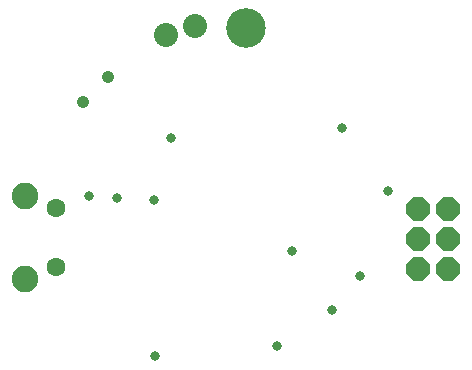
<source format=gbs>
G75*
%MOIN*%
%OFA0B0*%
%FSLAX25Y25*%
%IPPOS*%
%LPD*%
%AMOC8*
5,1,8,0,0,1.08239X$1,22.5*
%
%ADD10C,0.13198*%
%ADD11C,0.08000*%
%ADD12C,0.06309*%
%ADD13C,0.08868*%
%ADD14OC8,0.08000*%
%ADD15C,0.04143*%
%ADD16C,0.03300*%
D10*
X0086458Y0165142D03*
D11*
X0069312Y0165923D03*
X0059754Y0162983D03*
D12*
X0023194Y0105144D03*
X0023194Y0085459D03*
D13*
X0012605Y0081524D03*
X0012559Y0109096D03*
D14*
X0143725Y0104976D03*
X0153725Y0104976D03*
X0153725Y0094976D03*
X0143725Y0094976D03*
X0143725Y0084976D03*
X0153725Y0084976D03*
D15*
X0040292Y0148938D03*
X0031940Y0140586D03*
D16*
X0056131Y0055759D03*
X0096682Y0059302D03*
X0115186Y0071113D03*
X0124241Y0082530D03*
X0101800Y0090798D03*
X0133690Y0110680D03*
X0118335Y0131743D03*
X0061249Y0128593D03*
X0043532Y0108514D03*
X0034083Y0109302D03*
X0055737Y0107727D03*
M02*

</source>
